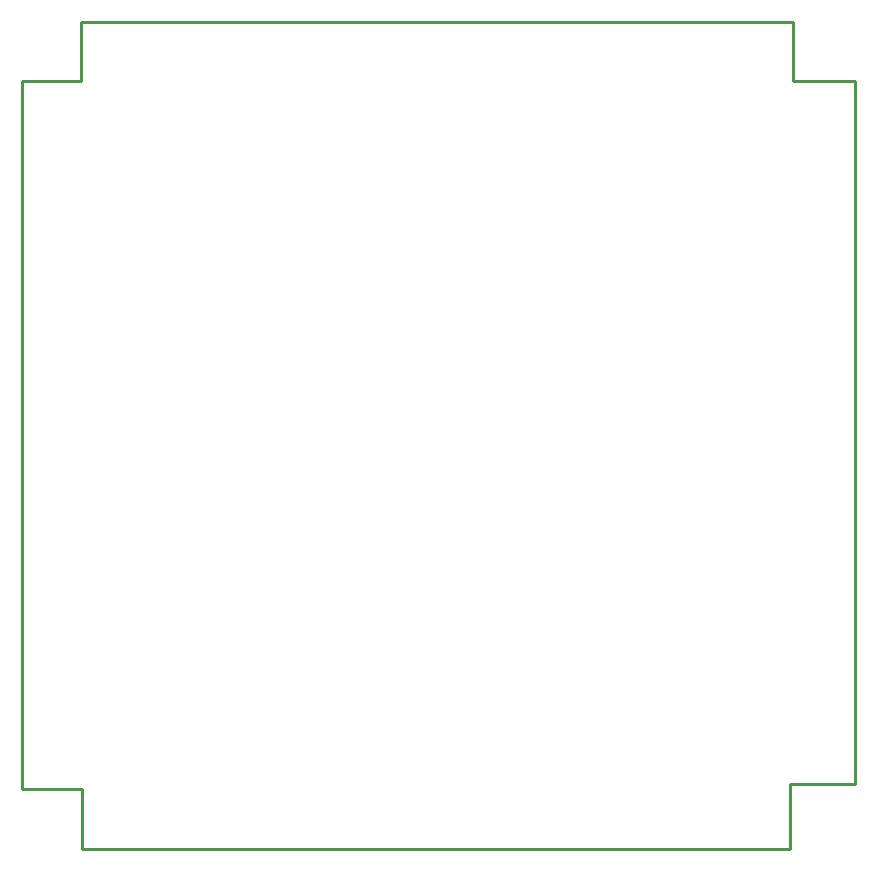
<source format=gm1>
%FSLAX23Y23*%
%MOIN*%
%SFA1B1*%

%IPPOS*%
%ADD10C,0.010000*%
%LNpcb1-1*%
%LPD*%
G54D10*
X195Y2755D02*
X2570D01*
Y2560D02*
Y2755D01*
X2775Y215D02*
Y2560D01*
X2770D02*
X2775D01*
X2560Y215D02*
X2775D01*
X2560Y0D02*
Y215D01*
X2570Y2560D02*
X2770D01*
X195D02*
Y2755D01*
X0Y2560D02*
X195D01*
X200Y0D02*
Y200D01*
X0D02*
X200D01*
X0D02*
Y2560D01*
X200Y0D02*
X2560D01*
M02*
</source>
